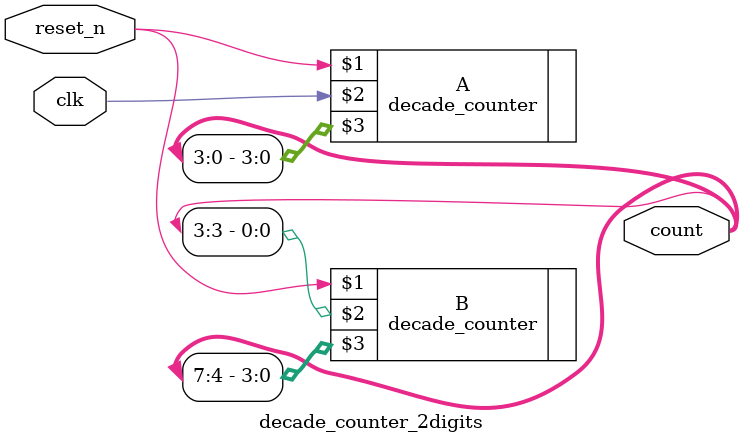
<source format=v>
`timescale 1ps / 1fs

/* Implement 2-decade BCD counter (0-99)
 * You must use decade BCD counter of lab6_1.v */
module decade_counter_2digits(input reset_n, input clk, output [7:0] count);

    ////////////////////////
    decade_counter A(reset_n, clk, count[3:0]);
    decade_counter B(reset_n, count[3], count[7:4]);
    ////////////////////////
	
endmodule

</source>
